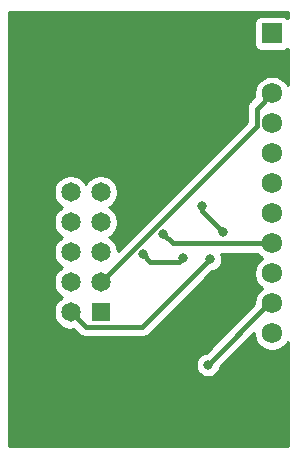
<source format=gbr>
G04 #@! TF.GenerationSoftware,KiCad,Pcbnew,(5.1.6)-1*
G04 #@! TF.CreationDate,2021-02-20T14:32:47+01:00*
G04 #@! TF.ProjectId,IDCbreakout,49444362-7265-4616-9b6f-75742e6b6963,rev?*
G04 #@! TF.SameCoordinates,Original*
G04 #@! TF.FileFunction,Copper,L1,Top*
G04 #@! TF.FilePolarity,Positive*
%FSLAX46Y46*%
G04 Gerber Fmt 4.6, Leading zero omitted, Abs format (unit mm)*
G04 Created by KiCad (PCBNEW (5.1.6)-1) date 2021-02-20 14:32:47*
%MOMM*%
%LPD*%
G01*
G04 APERTURE LIST*
G04 #@! TA.AperFunction,ComponentPad*
%ADD10C,1.725000*%
G04 #@! TD*
G04 #@! TA.AperFunction,ComponentPad*
%ADD11R,1.725000X1.725000*%
G04 #@! TD*
G04 #@! TA.AperFunction,ComponentPad*
%ADD12C,1.650000*%
G04 #@! TD*
G04 #@! TA.AperFunction,ComponentPad*
%ADD13R,1.650000X1.650000*%
G04 #@! TD*
G04 #@! TA.AperFunction,ViaPad*
%ADD14C,0.800000*%
G04 #@! TD*
G04 #@! TA.AperFunction,Conductor*
%ADD15C,0.450000*%
G04 #@! TD*
G04 #@! TA.AperFunction,Conductor*
%ADD16C,0.254000*%
G04 #@! TD*
G04 APERTURE END LIST*
D10*
G04 #@! TO.P,J2,14*
G04 #@! TO.N,GND*
X122980000Y-130530000D03*
G04 #@! TO.P,J2,13*
X122980000Y-127990000D03*
G04 #@! TO.P,J2,12*
X122980000Y-125450000D03*
G04 #@! TO.P,J2,11*
G04 #@! TO.N,TX2*
X122980000Y-122910000D03*
G04 #@! TO.P,J2,10*
G04 #@! TO.N,RX2*
X122980000Y-120370000D03*
G04 #@! TO.P,J2,9*
G04 #@! TO.N,TX1*
X122980000Y-117830000D03*
G04 #@! TO.P,J2,8*
G04 #@! TO.N,RX1*
X122980000Y-115290000D03*
G04 #@! TO.P,J2,7*
G04 #@! TO.N,1.8v*
X122980000Y-112750000D03*
G04 #@! TO.P,J2,6*
G04 #@! TO.N,SWDIO*
X122980000Y-110210000D03*
G04 #@! TO.P,J2,5*
G04 #@! TO.N,SWDCLK*
X122980000Y-107670000D03*
G04 #@! TO.P,J2,4*
G04 #@! TO.N,SWO*
X122980000Y-105130000D03*
G04 #@! TO.P,J2,3*
G04 #@! TO.N,RESET*
X122980000Y-102590000D03*
G04 #@! TO.P,J2,2*
G04 #@! TO.N,GND*
X122980000Y-100050000D03*
D11*
G04 #@! TO.P,J2,1*
G04 #@! TO.N,VCC*
X122980000Y-97510000D03*
G04 #@! TD*
D12*
G04 #@! TO.P,J1,14*
G04 #@! TO.N,GND*
X105950000Y-105880000D03*
G04 #@! TO.P,J1,13*
X108490000Y-105880000D03*
G04 #@! TO.P,J1,12*
X105950000Y-108420000D03*
G04 #@! TO.P,J1,11*
X108490000Y-108420000D03*
G04 #@! TO.P,J1,10*
G04 #@! TO.N,TX2*
X105950000Y-110960000D03*
G04 #@! TO.P,J1,9*
G04 #@! TO.N,RX2*
X108490000Y-110960000D03*
G04 #@! TO.P,J1,8*
G04 #@! TO.N,TX1*
X105950000Y-113500000D03*
G04 #@! TO.P,J1,7*
G04 #@! TO.N,RX1*
X108490000Y-113500000D03*
G04 #@! TO.P,J1,6*
G04 #@! TO.N,SWO*
X105950000Y-116040000D03*
G04 #@! TO.P,J1,5*
G04 #@! TO.N,SWDIO*
X108490000Y-116040000D03*
G04 #@! TO.P,J1,4*
G04 #@! TO.N,SWDCLK*
X105950000Y-118580000D03*
G04 #@! TO.P,J1,3*
G04 #@! TO.N,RESET*
X108490000Y-118580000D03*
G04 #@! TO.P,J1,2*
G04 #@! TO.N,1.8v*
X105950000Y-121120000D03*
D13*
G04 #@! TO.P,J1,1*
G04 #@! TO.N,VCC*
X108490000Y-121120000D03*
G04 #@! TD*
D14*
G04 #@! TO.N,RX2*
X117570000Y-125570000D03*
G04 #@! TO.N,RX1*
X113768364Y-114468364D03*
G04 #@! TO.N,SWO*
X117030000Y-112110000D03*
X118869163Y-114354109D03*
G04 #@! TO.N,SWDIO*
X112060000Y-116220000D03*
X115460000Y-116510000D03*
G04 #@! TO.N,1.8v*
X117750000Y-116640000D03*
G04 #@! TD*
D15*
G04 #@! TO.N,RX2*
X122770000Y-120370000D02*
X122980000Y-120370000D01*
X117570000Y-125570000D02*
X122770000Y-120370000D01*
G04 #@! TO.N,RX1*
X114590000Y-115290000D02*
X122980000Y-115290000D01*
X113768364Y-114468364D02*
X114590000Y-115290000D01*
G04 #@! TO.N,SWO*
X117030000Y-112110000D02*
X117030000Y-112514946D01*
X117030000Y-112514946D02*
X118869163Y-114354109D01*
G04 #@! TO.N,SWDIO*
X112060000Y-116220000D02*
X112700000Y-116860000D01*
X112700000Y-116860000D02*
X115110000Y-116860000D01*
X115110000Y-116860000D02*
X115460000Y-116510000D01*
G04 #@! TO.N,RESET*
X121692499Y-105377501D02*
X108490000Y-118580000D01*
X121692499Y-103877501D02*
X121692499Y-105377501D01*
X122980000Y-102590000D02*
X121692499Y-103877501D01*
G04 #@! TO.N,1.8v*
X112019999Y-122370001D02*
X117750000Y-116640000D01*
X105950000Y-121120000D02*
X107200001Y-122370001D01*
X107200001Y-122370001D02*
X112019999Y-122370001D01*
G04 #@! TD*
D16*
G04 #@! TO.N,GND*
G36*
X124315000Y-96222288D02*
G01*
X124293685Y-96196315D01*
X124196994Y-96116963D01*
X124086680Y-96057998D01*
X123966982Y-96021688D01*
X123842500Y-96009428D01*
X122117500Y-96009428D01*
X121993018Y-96021688D01*
X121873320Y-96057998D01*
X121763006Y-96116963D01*
X121666315Y-96196315D01*
X121586963Y-96293006D01*
X121527998Y-96403320D01*
X121491688Y-96523018D01*
X121479428Y-96647500D01*
X121479428Y-98372500D01*
X121491688Y-98496982D01*
X121527998Y-98616680D01*
X121586963Y-98726994D01*
X121666315Y-98823685D01*
X121763006Y-98903037D01*
X121873320Y-98962002D01*
X121993018Y-98998312D01*
X122117500Y-99010572D01*
X123842500Y-99010572D01*
X123966982Y-98998312D01*
X124086680Y-98962002D01*
X124196994Y-98903037D01*
X124293685Y-98823685D01*
X124315000Y-98797712D01*
X124315000Y-101899820D01*
X124307067Y-101880668D01*
X124143184Y-101635399D01*
X123934601Y-101426816D01*
X123689332Y-101262933D01*
X123416805Y-101150048D01*
X123127491Y-101092500D01*
X122832509Y-101092500D01*
X122543195Y-101150048D01*
X122270668Y-101262933D01*
X122025399Y-101426816D01*
X121816816Y-101635399D01*
X121652933Y-101880668D01*
X121540048Y-102153195D01*
X121482500Y-102442509D01*
X121482500Y-102737491D01*
X121504696Y-102849081D01*
X121114264Y-103239513D01*
X121081445Y-103266447D01*
X120973975Y-103397400D01*
X120894118Y-103546802D01*
X120868122Y-103632500D01*
X120850666Y-103690048D01*
X120844943Y-103708913D01*
X120832499Y-103835256D01*
X120832499Y-103835262D01*
X120828339Y-103877501D01*
X120832499Y-103919740D01*
X120832500Y-105021276D01*
X109950000Y-115903777D01*
X109950000Y-115896203D01*
X109893893Y-115614134D01*
X109783835Y-115348431D01*
X109624056Y-115109304D01*
X109420696Y-114905944D01*
X109217241Y-114770000D01*
X109420696Y-114634056D01*
X109624056Y-114430696D01*
X109783835Y-114191569D01*
X109893893Y-113925866D01*
X109950000Y-113643797D01*
X109950000Y-113356203D01*
X109893893Y-113074134D01*
X109783835Y-112808431D01*
X109624056Y-112569304D01*
X109420696Y-112365944D01*
X109217241Y-112230000D01*
X109420696Y-112094056D01*
X109624056Y-111890696D01*
X109783835Y-111651569D01*
X109893893Y-111385866D01*
X109950000Y-111103797D01*
X109950000Y-110816203D01*
X109893893Y-110534134D01*
X109783835Y-110268431D01*
X109624056Y-110029304D01*
X109420696Y-109825944D01*
X109181569Y-109666165D01*
X108915866Y-109556107D01*
X108633797Y-109500000D01*
X108346203Y-109500000D01*
X108064134Y-109556107D01*
X107798431Y-109666165D01*
X107559304Y-109825944D01*
X107355944Y-110029304D01*
X107220000Y-110232759D01*
X107084056Y-110029304D01*
X106880696Y-109825944D01*
X106641569Y-109666165D01*
X106375866Y-109556107D01*
X106093797Y-109500000D01*
X105806203Y-109500000D01*
X105524134Y-109556107D01*
X105258431Y-109666165D01*
X105019304Y-109825944D01*
X104815944Y-110029304D01*
X104656165Y-110268431D01*
X104546107Y-110534134D01*
X104490000Y-110816203D01*
X104490000Y-111103797D01*
X104546107Y-111385866D01*
X104656165Y-111651569D01*
X104815944Y-111890696D01*
X105019304Y-112094056D01*
X105222759Y-112230000D01*
X105019304Y-112365944D01*
X104815944Y-112569304D01*
X104656165Y-112808431D01*
X104546107Y-113074134D01*
X104490000Y-113356203D01*
X104490000Y-113643797D01*
X104546107Y-113925866D01*
X104656165Y-114191569D01*
X104815944Y-114430696D01*
X105019304Y-114634056D01*
X105222759Y-114770000D01*
X105019304Y-114905944D01*
X104815944Y-115109304D01*
X104656165Y-115348431D01*
X104546107Y-115614134D01*
X104490000Y-115896203D01*
X104490000Y-116183797D01*
X104546107Y-116465866D01*
X104656165Y-116731569D01*
X104815944Y-116970696D01*
X105019304Y-117174056D01*
X105222759Y-117310000D01*
X105019304Y-117445944D01*
X104815944Y-117649304D01*
X104656165Y-117888431D01*
X104546107Y-118154134D01*
X104490000Y-118436203D01*
X104490000Y-118723797D01*
X104546107Y-119005866D01*
X104656165Y-119271569D01*
X104815944Y-119510696D01*
X105019304Y-119714056D01*
X105222759Y-119850000D01*
X105019304Y-119985944D01*
X104815944Y-120189304D01*
X104656165Y-120428431D01*
X104546107Y-120694134D01*
X104490000Y-120976203D01*
X104490000Y-121263797D01*
X104546107Y-121545866D01*
X104656165Y-121811569D01*
X104815944Y-122050696D01*
X105019304Y-122254056D01*
X105258431Y-122413835D01*
X105524134Y-122523893D01*
X105806203Y-122580000D01*
X106093797Y-122580000D01*
X106177189Y-122563412D01*
X106562018Y-122948241D01*
X106588947Y-122981055D01*
X106719899Y-123088525D01*
X106869301Y-123168382D01*
X106955951Y-123194666D01*
X107031410Y-123217557D01*
X107062539Y-123220623D01*
X107157755Y-123230001D01*
X107157761Y-123230001D01*
X107200000Y-123234161D01*
X107242239Y-123230001D01*
X111977760Y-123230001D01*
X112019999Y-123234161D01*
X112062238Y-123230001D01*
X112062245Y-123230001D01*
X112188588Y-123217557D01*
X112350699Y-123168382D01*
X112500101Y-123088525D01*
X112631053Y-122981055D01*
X112657987Y-122948236D01*
X117950910Y-117655314D01*
X118051898Y-117635226D01*
X118240256Y-117557205D01*
X118409774Y-117443937D01*
X118553937Y-117299774D01*
X118667205Y-117130256D01*
X118745226Y-116941898D01*
X118785000Y-116741939D01*
X118785000Y-116538061D01*
X118745226Y-116338102D01*
X118667311Y-116150000D01*
X121753606Y-116150000D01*
X121816816Y-116244601D01*
X122025399Y-116453184D01*
X122185261Y-116560000D01*
X122025399Y-116666816D01*
X121816816Y-116875399D01*
X121652933Y-117120668D01*
X121540048Y-117393195D01*
X121482500Y-117682509D01*
X121482500Y-117977491D01*
X121540048Y-118266805D01*
X121652933Y-118539332D01*
X121816816Y-118784601D01*
X122025399Y-118993184D01*
X122185261Y-119100000D01*
X122025399Y-119206816D01*
X121816816Y-119415399D01*
X121652933Y-119660668D01*
X121540048Y-119933195D01*
X121482500Y-120222509D01*
X121482500Y-120441276D01*
X117369091Y-124554686D01*
X117268102Y-124574774D01*
X117079744Y-124652795D01*
X116910226Y-124766063D01*
X116766063Y-124910226D01*
X116652795Y-125079744D01*
X116574774Y-125268102D01*
X116535000Y-125468061D01*
X116535000Y-125671939D01*
X116574774Y-125871898D01*
X116652795Y-126060256D01*
X116766063Y-126229774D01*
X116910226Y-126373937D01*
X117079744Y-126487205D01*
X117268102Y-126565226D01*
X117468061Y-126605000D01*
X117671939Y-126605000D01*
X117871898Y-126565226D01*
X118060256Y-126487205D01*
X118229774Y-126373937D01*
X118373937Y-126229774D01*
X118487205Y-126060256D01*
X118565226Y-125871898D01*
X118585314Y-125770909D01*
X121482500Y-122873724D01*
X121482500Y-123057491D01*
X121540048Y-123346805D01*
X121652933Y-123619332D01*
X121816816Y-123864601D01*
X122025399Y-124073184D01*
X122270668Y-124237067D01*
X122543195Y-124349952D01*
X122832509Y-124407500D01*
X123127491Y-124407500D01*
X123416805Y-124349952D01*
X123689332Y-124237067D01*
X123934601Y-124073184D01*
X124143184Y-123864601D01*
X124307067Y-123619332D01*
X124315001Y-123600178D01*
X124315001Y-132405000D01*
X100685000Y-132405000D01*
X100685000Y-95685000D01*
X124315000Y-95685000D01*
X124315000Y-96222288D01*
G37*
X124315000Y-96222288D02*
X124293685Y-96196315D01*
X124196994Y-96116963D01*
X124086680Y-96057998D01*
X123966982Y-96021688D01*
X123842500Y-96009428D01*
X122117500Y-96009428D01*
X121993018Y-96021688D01*
X121873320Y-96057998D01*
X121763006Y-96116963D01*
X121666315Y-96196315D01*
X121586963Y-96293006D01*
X121527998Y-96403320D01*
X121491688Y-96523018D01*
X121479428Y-96647500D01*
X121479428Y-98372500D01*
X121491688Y-98496982D01*
X121527998Y-98616680D01*
X121586963Y-98726994D01*
X121666315Y-98823685D01*
X121763006Y-98903037D01*
X121873320Y-98962002D01*
X121993018Y-98998312D01*
X122117500Y-99010572D01*
X123842500Y-99010572D01*
X123966982Y-98998312D01*
X124086680Y-98962002D01*
X124196994Y-98903037D01*
X124293685Y-98823685D01*
X124315000Y-98797712D01*
X124315000Y-101899820D01*
X124307067Y-101880668D01*
X124143184Y-101635399D01*
X123934601Y-101426816D01*
X123689332Y-101262933D01*
X123416805Y-101150048D01*
X123127491Y-101092500D01*
X122832509Y-101092500D01*
X122543195Y-101150048D01*
X122270668Y-101262933D01*
X122025399Y-101426816D01*
X121816816Y-101635399D01*
X121652933Y-101880668D01*
X121540048Y-102153195D01*
X121482500Y-102442509D01*
X121482500Y-102737491D01*
X121504696Y-102849081D01*
X121114264Y-103239513D01*
X121081445Y-103266447D01*
X120973975Y-103397400D01*
X120894118Y-103546802D01*
X120868122Y-103632500D01*
X120850666Y-103690048D01*
X120844943Y-103708913D01*
X120832499Y-103835256D01*
X120832499Y-103835262D01*
X120828339Y-103877501D01*
X120832499Y-103919740D01*
X120832500Y-105021276D01*
X109950000Y-115903777D01*
X109950000Y-115896203D01*
X109893893Y-115614134D01*
X109783835Y-115348431D01*
X109624056Y-115109304D01*
X109420696Y-114905944D01*
X109217241Y-114770000D01*
X109420696Y-114634056D01*
X109624056Y-114430696D01*
X109783835Y-114191569D01*
X109893893Y-113925866D01*
X109950000Y-113643797D01*
X109950000Y-113356203D01*
X109893893Y-113074134D01*
X109783835Y-112808431D01*
X109624056Y-112569304D01*
X109420696Y-112365944D01*
X109217241Y-112230000D01*
X109420696Y-112094056D01*
X109624056Y-111890696D01*
X109783835Y-111651569D01*
X109893893Y-111385866D01*
X109950000Y-111103797D01*
X109950000Y-110816203D01*
X109893893Y-110534134D01*
X109783835Y-110268431D01*
X109624056Y-110029304D01*
X109420696Y-109825944D01*
X109181569Y-109666165D01*
X108915866Y-109556107D01*
X108633797Y-109500000D01*
X108346203Y-109500000D01*
X108064134Y-109556107D01*
X107798431Y-109666165D01*
X107559304Y-109825944D01*
X107355944Y-110029304D01*
X107220000Y-110232759D01*
X107084056Y-110029304D01*
X106880696Y-109825944D01*
X106641569Y-109666165D01*
X106375866Y-109556107D01*
X106093797Y-109500000D01*
X105806203Y-109500000D01*
X105524134Y-109556107D01*
X105258431Y-109666165D01*
X105019304Y-109825944D01*
X104815944Y-110029304D01*
X104656165Y-110268431D01*
X104546107Y-110534134D01*
X104490000Y-110816203D01*
X104490000Y-111103797D01*
X104546107Y-111385866D01*
X104656165Y-111651569D01*
X104815944Y-111890696D01*
X105019304Y-112094056D01*
X105222759Y-112230000D01*
X105019304Y-112365944D01*
X104815944Y-112569304D01*
X104656165Y-112808431D01*
X104546107Y-113074134D01*
X104490000Y-113356203D01*
X104490000Y-113643797D01*
X104546107Y-113925866D01*
X104656165Y-114191569D01*
X104815944Y-114430696D01*
X105019304Y-114634056D01*
X105222759Y-114770000D01*
X105019304Y-114905944D01*
X104815944Y-115109304D01*
X104656165Y-115348431D01*
X104546107Y-115614134D01*
X104490000Y-115896203D01*
X104490000Y-116183797D01*
X104546107Y-116465866D01*
X104656165Y-116731569D01*
X104815944Y-116970696D01*
X105019304Y-117174056D01*
X105222759Y-117310000D01*
X105019304Y-117445944D01*
X104815944Y-117649304D01*
X104656165Y-117888431D01*
X104546107Y-118154134D01*
X104490000Y-118436203D01*
X104490000Y-118723797D01*
X104546107Y-119005866D01*
X104656165Y-119271569D01*
X104815944Y-119510696D01*
X105019304Y-119714056D01*
X105222759Y-119850000D01*
X105019304Y-119985944D01*
X104815944Y-120189304D01*
X104656165Y-120428431D01*
X104546107Y-120694134D01*
X104490000Y-120976203D01*
X104490000Y-121263797D01*
X104546107Y-121545866D01*
X104656165Y-121811569D01*
X104815944Y-122050696D01*
X105019304Y-122254056D01*
X105258431Y-122413835D01*
X105524134Y-122523893D01*
X105806203Y-122580000D01*
X106093797Y-122580000D01*
X106177189Y-122563412D01*
X106562018Y-122948241D01*
X106588947Y-122981055D01*
X106719899Y-123088525D01*
X106869301Y-123168382D01*
X106955951Y-123194666D01*
X107031410Y-123217557D01*
X107062539Y-123220623D01*
X107157755Y-123230001D01*
X107157761Y-123230001D01*
X107200000Y-123234161D01*
X107242239Y-123230001D01*
X111977760Y-123230001D01*
X112019999Y-123234161D01*
X112062238Y-123230001D01*
X112062245Y-123230001D01*
X112188588Y-123217557D01*
X112350699Y-123168382D01*
X112500101Y-123088525D01*
X112631053Y-122981055D01*
X112657987Y-122948236D01*
X117950910Y-117655314D01*
X118051898Y-117635226D01*
X118240256Y-117557205D01*
X118409774Y-117443937D01*
X118553937Y-117299774D01*
X118667205Y-117130256D01*
X118745226Y-116941898D01*
X118785000Y-116741939D01*
X118785000Y-116538061D01*
X118745226Y-116338102D01*
X118667311Y-116150000D01*
X121753606Y-116150000D01*
X121816816Y-116244601D01*
X122025399Y-116453184D01*
X122185261Y-116560000D01*
X122025399Y-116666816D01*
X121816816Y-116875399D01*
X121652933Y-117120668D01*
X121540048Y-117393195D01*
X121482500Y-117682509D01*
X121482500Y-117977491D01*
X121540048Y-118266805D01*
X121652933Y-118539332D01*
X121816816Y-118784601D01*
X122025399Y-118993184D01*
X122185261Y-119100000D01*
X122025399Y-119206816D01*
X121816816Y-119415399D01*
X121652933Y-119660668D01*
X121540048Y-119933195D01*
X121482500Y-120222509D01*
X121482500Y-120441276D01*
X117369091Y-124554686D01*
X117268102Y-124574774D01*
X117079744Y-124652795D01*
X116910226Y-124766063D01*
X116766063Y-124910226D01*
X116652795Y-125079744D01*
X116574774Y-125268102D01*
X116535000Y-125468061D01*
X116535000Y-125671939D01*
X116574774Y-125871898D01*
X116652795Y-126060256D01*
X116766063Y-126229774D01*
X116910226Y-126373937D01*
X117079744Y-126487205D01*
X117268102Y-126565226D01*
X117468061Y-126605000D01*
X117671939Y-126605000D01*
X117871898Y-126565226D01*
X118060256Y-126487205D01*
X118229774Y-126373937D01*
X118373937Y-126229774D01*
X118487205Y-126060256D01*
X118565226Y-125871898D01*
X118585314Y-125770909D01*
X121482500Y-122873724D01*
X121482500Y-123057491D01*
X121540048Y-123346805D01*
X121652933Y-123619332D01*
X121816816Y-123864601D01*
X122025399Y-124073184D01*
X122270668Y-124237067D01*
X122543195Y-124349952D01*
X122832509Y-124407500D01*
X123127491Y-124407500D01*
X123416805Y-124349952D01*
X123689332Y-124237067D01*
X123934601Y-124073184D01*
X124143184Y-123864601D01*
X124307067Y-123619332D01*
X124315001Y-123600178D01*
X124315001Y-132405000D01*
X100685000Y-132405000D01*
X100685000Y-95685000D01*
X124315000Y-95685000D01*
X124315000Y-96222288D01*
G04 #@! TD*
M02*

</source>
